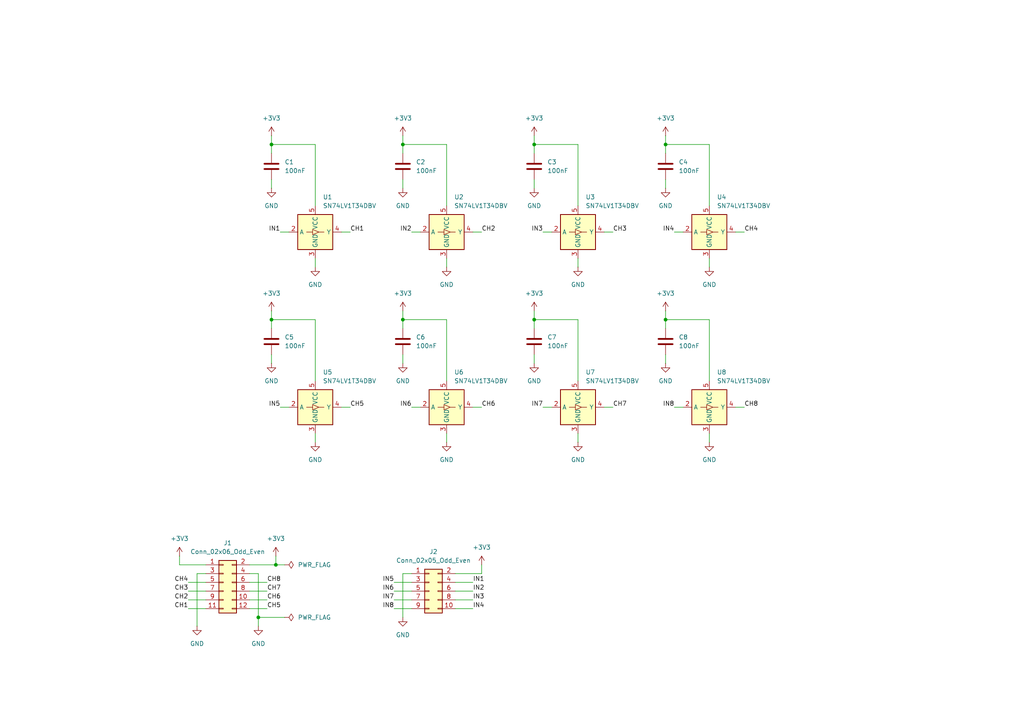
<source format=kicad_sch>
(kicad_sch (version 20231120) (generator "eeschema") (generator_version "8.0")
  (paper "A4")
  (title_block (title "Logic Pmod") (date "2024-03-01") (rev "v1.0") (company "Spark Engineering"))
  (lib_symbols
    (symbol "Connector_Generic:Conn_02x05_Odd_Even" (pin_names (offset 1.016) hide)
      (property "Reference" "J" (at 1.27 7.62 0))
      (property "Value" "Conn_02x05_Odd_Even" (at 1.27 -7.62 0))
      (symbol "Conn_02x05_Odd_Even_1_1"
        (rectangle (start -1.27 -4.953) (end 0 -5.207) (stroke (width 0.1524)))
        (rectangle (start -1.27 -2.413) (end 0 -2.667) (stroke (width 0.1524)))
        (rectangle (start -1.27 0.127) (end 0 -0.127) (stroke (width 0.1524)))
        (rectangle (start -1.27 2.667) (end 0 2.413) (stroke (width 0.1524)))
        (rectangle (start -1.27 5.207) (end 0 4.953) (stroke (width 0.1524)))
        (rectangle (start -1.27 6.35) (end 3.81 -6.35) (stroke (width 0.254)) (fill (type background)))
        (rectangle (start 3.81 -4.953) (end 2.54 -5.207) (stroke (width 0.1524)))
        (rectangle (start 3.81 -2.413) (end 2.54 -2.667) (stroke (width 0.1524)))
        (rectangle (start 3.81 0.127) (end 2.54 -0.127) (stroke (width 0.1524)))
        (rectangle (start 3.81 2.667) (end 2.54 2.413) (stroke (width 0.1524)))
        (rectangle (start 3.81 5.207) (end 2.54 4.953) (stroke (width 0.1524)))
        (pin passive line (at -5.08 5.08 0) (length 3.81) (name "Pin_1") (number "1"))
        (pin passive line (at 7.62 -5.08 180) (length 3.81) (name "Pin_10") (number "10"))
        (pin passive line (at 7.62 5.08 180) (length 3.81) (name "Pin_2") (number "2"))
        (pin passive line (at -5.08 2.54 0) (length 3.81) (name "Pin_3") (number "3"))
        (pin passive line (at 7.62 2.54 180) (length 3.81) (name "Pin_4") (number "4"))
        (pin passive line (at -5.08 0 0) (length 3.81) (name "Pin_5") (number "5"))
        (pin passive line (at 7.62 0 180) (length 3.81) (name "Pin_6") (number "6"))
        (pin passive line (at -5.08 -2.54 0) (length 3.81) (name "Pin_7") (number "7"))
        (pin passive line (at 7.62 -2.54 180) (length 3.81) (name "Pin_8") (number "8"))
        (pin passive line (at -5.08 -5.08 0) (length 3.81) (name "Pin_9") (number "9"))
      )
    )
    (symbol "Connector_Generic:Conn_02x06_Odd_Even" (pin_names (offset 1.016) hide)
      (property "Reference" "J" (at 1.27 7.62 0))
      (property "Value" "Conn_02x06_Odd_Even" (at 1.27 -10.16 0))
      (symbol "Conn_02x06_Odd_Even_1_1"
        (rectangle (start -1.27 -7.493) (end 0 -7.747) (stroke (width 0.1524)))
        (rectangle (start -1.27 -4.953) (end 0 -5.207) (stroke (width 0.1524)))
        (rectangle (start -1.27 -2.413) (end 0 -2.667) (stroke (width 0.1524)))
        (rectangle (start -1.27 0.127) (end 0 -0.127) (stroke (width 0.1524)))
        (rectangle (start -1.27 2.667) (end 0 2.413) (stroke (width 0.1524)))
        (rectangle (start -1.27 5.207) (end 0 4.953) (stroke (width 0.1524)))
        (rectangle (start -1.27 6.35) (end 3.81 -8.89) (stroke (width 0.254)) (fill (type background)))
        (rectangle (start 3.81 -7.493) (end 2.54 -7.747) (stroke (width 0.1524)))
        (rectangle (start 3.81 -4.953) (end 2.54 -5.207) (stroke (width 0.1524)))
        (rectangle (start 3.81 -2.413) (end 2.54 -2.667) (stroke (width 0.1524)))
        (rectangle (start 3.81 0.127) (end 2.54 -0.127) (stroke (width 0.1524)))
        (rectangle (start 3.81 2.667) (end 2.54 2.413) (stroke (width 0.1524)))
        (rectangle (start 3.81 5.207) (end 2.54 4.953) (stroke (width 0.1524)))
        (pin passive line (at -5.08 5.08 0) (length 3.81) (name "Pin_1") (number "1"))
        (pin passive line (at 7.62 -5.08 180) (length 3.81) (name "Pin_10") (number "10"))
        (pin passive line (at -5.08 -7.62 0) (length 3.81) (name "Pin_11") (number "11"))
        (pin passive line (at 7.62 -7.62 180) (length 3.81) (name "Pin_12") (number "12"))
        (pin passive line (at 7.62 5.08 180) (length 3.81) (name "Pin_2") (number "2"))
        (pin passive line (at -5.08 2.54 0) (length 3.81) (name "Pin_3") (number "3"))
        (pin passive line (at 7.62 2.54 180) (length 3.81) (name "Pin_4") (number "4"))
        (pin passive line (at -5.08 0 0) (length 3.81) (name "Pin_5") (number "5"))
        (pin passive line (at 7.62 0 180) (length 3.81) (name "Pin_6") (number "6"))
        (pin passive line (at -5.08 -2.54 0) (length 3.81) (name "Pin_7") (number "7"))
        (pin passive line (at 7.62 -2.54 180) (length 3.81) (name "Pin_8") (number "8"))
        (pin passive line (at -5.08 -5.08 0) (length 3.81) (name "Pin_9") (number "9"))
      )
    )
    (symbol "Device:C" (pin_numbers hide) (pin_names (offset 0.254))
      (property "Reference" "C" (at 0.635 2.54 0))
      (property "Value" "C" (at 0.635 -2.54 0))
      (symbol "C_0_1"
        (polyline (pts (xy -2.032 -0.762) (xy 2.032 -0.762)) (stroke (width 0.508)))
        (polyline (pts (xy -2.032 0.762) (xy 2.032 0.762)) (stroke (width 0.508)))
      )
      (symbol "C_1_1"
        (pin passive line (at 0 3.81 270) (length 2.794) (name "~") (number "1"))
        (pin passive line (at 0 -3.81 90) (length 2.794) (name "~") (number "2"))
      )
    )
    (symbol "Logic_LevelTranslator:SN74LV1T34DBV"
      (property "Reference" "U" (at 5.08 6.35 0))
      (property "Value" "SN74LV1T34DBV" (at 5.08 3.81 0))
      (symbol "SN74LV1T34DBV_0_1"
        (rectangle (start -5.08 5.08) (end 5.08 -5.08) (stroke (width 0.254)) (fill (type background)))
        (polyline (pts (xy -0.762 0) (xy -2.54 0)))
        (polyline (pts (xy 1.016 0) (xy 2.54 0)))
      )
      (symbol "SN74LV1T34DBV_1_1"
        (polyline (pts (xy -0.762 -0.762) (xy -0.762 0.762) (xy 1.016 0) (xy -0.762 -0.762)))
        (pin no_connect line (at -5.08 2.54 0) (length 2.54) hide (name "NC") (number "1"))
        (pin input line (at -7.62 0 0) (length 2.54) (name "A") (number "2"))
        (pin power_in line (at 0 -7.62 90) (length 2.54) (name "GND") (number "3"))
        (pin output line (at 7.62 0 180) (length 2.54) (name "Y") (number "4"))
        (pin power_in line (at 0 7.62 270) (length 2.54) (name "VCC") (number "5"))
      )
    )
    (symbol "power:+3V3" (power) (pin_numbers hide) (pin_names (offset 0) hide)
      (property "Value" "+3V3" (at 0 3.556 0))
      (symbol "+3V3_0_1"
        (polyline (pts (xy -0.762 1.27) (xy 0 2.54)))
        (polyline (pts (xy 0 0) (xy 0 2.54)))
        (polyline (pts (xy 0 2.54) (xy 0.762 1.27)))
      )
      (symbol "+3V3_1_1"
        (pin power_in line (at 0 0 90) (length 0) (name "~") (number "1"))
      )
    )
    (symbol "power:GND" (power) (pin_numbers hide) (pin_names (offset 0) hide)
      (property "Value" "GND" (at 0 -3.81 0))
      (symbol "GND_0_1"
        (polyline (pts (xy 0 0) (xy 0 -1.27) (xy 1.27 -1.27) (xy 0 -2.54) (xy -1.27 -1.27) (xy 0 -1.27)))
      )
      (symbol "GND_1_1"
        (pin power_in line (at 0 0 270) (length 0) (name "~") (number "1"))
      )
    )
    (symbol "power:PWR_FLAG" (power) (pin_numbers hide) (pin_names (offset 0) hide)
      (property "Value" "PWR_FLAG" (at 0 3.81 0))
      (symbol "PWR_FLAG_0_0"
        (pin power_out line (at 0 0 90) (length 0) (name "~") (number "1"))
      )
      (symbol "PWR_FLAG_0_1"
        (polyline (pts (xy 0 0) (xy 0 1.27) (xy -1.016 1.905) (xy 0 2.54) (xy 1.016 1.905) (xy 0 1.27)))
      )
    )
  )
  (junction (at 78.74 41.91))
  (junction (at 116.84 41.91))
  (junction (at 154.94 41.91))
  (junction (at 154.94 92.71))
  (junction (at 78.74 92.71))
  (junction (at 80.01 163.83))
  (junction (at 74.93 179.07))
  (junction (at 193.04 92.71))
  (junction (at 116.84 92.71))
  (junction (at 193.04 41.91))
  (wire (pts (xy 80.01 163.83) (xy 80.01 161.29)))
  (wire (pts (xy 139.7 166.37) (xy 132.08 166.37)))
  (wire (pts (xy 154.94 92.71) (xy 167.64 92.71)))
  (wire (pts (xy 81.28 118.11) (xy 83.82 118.11)))
  (wire (pts (xy 116.84 102.87) (xy 116.84 105.41)))
  (wire (pts (xy 193.04 39.37) (xy 193.04 41.91)))
  (wire (pts (xy 114.3 176.53) (xy 119.38 176.53)))
  (wire (pts (xy 119.38 166.37) (xy 116.84 166.37)))
  (wire (pts (xy 74.93 179.07) (xy 74.93 181.61)))
  (wire (pts (xy 116.84 92.71) (xy 116.84 95.25)))
  (wire (pts (xy 52.07 163.83) (xy 59.69 163.83)))
  (wire (pts (xy 167.64 125.73) (xy 167.64 128.27)))
  (wire (pts (xy 175.26 67.31) (xy 177.8 67.31)))
  (wire (pts (xy 114.3 168.91) (xy 119.38 168.91)))
  (wire (pts (xy 72.39 163.83) (xy 80.01 163.83)))
  (wire (pts (xy 116.84 90.17) (xy 116.84 92.71)))
  (wire (pts (xy 205.74 59.69) (xy 205.74 41.91)))
  (wire (pts (xy 52.07 161.29) (xy 52.07 163.83)))
  (wire (pts (xy 167.64 92.71) (xy 167.64 110.49)))
  (wire (pts (xy 81.28 67.31) (xy 83.82 67.31)))
  (wire (pts (xy 213.36 67.31) (xy 215.9 67.31)))
  (wire (pts (xy 167.64 59.69) (xy 167.64 41.91)))
  (wire (pts (xy 116.84 41.91) (xy 116.84 44.45)))
  (wire (pts (xy 54.61 176.53) (xy 59.69 176.53)))
  (wire (pts (xy 116.84 41.91) (xy 129.54 41.91)))
  (wire (pts (xy 54.61 171.45) (xy 59.69 171.45)))
  (wire (pts (xy 80.01 163.83) (xy 82.55 163.83)))
  (wire (pts (xy 78.74 95.25) (xy 78.74 92.71)))
  (wire (pts (xy 137.16 67.31) (xy 139.7 67.31)))
  (wire (pts (xy 139.7 163.83) (xy 139.7 166.37)))
  (wire (pts (xy 74.93 166.37) (xy 74.93 179.07)))
  (wire (pts (xy 114.3 173.99) (xy 119.38 173.99)))
  (wire (pts (xy 91.44 92.71) (xy 91.44 110.49)))
  (wire (pts (xy 116.84 92.71) (xy 129.54 92.71)))
  (wire (pts (xy 78.74 90.17) (xy 78.74 92.71)))
  (wire (pts (xy 132.08 173.99) (xy 137.16 173.99)))
  (wire (pts (xy 193.04 102.87) (xy 193.04 105.41)))
  (wire (pts (xy 175.26 118.11) (xy 177.8 118.11)))
  (wire (pts (xy 78.74 41.91) (xy 91.44 41.91)))
  (wire (pts (xy 154.94 39.37) (xy 154.94 41.91)))
  (wire (pts (xy 205.74 92.71) (xy 205.74 110.49)))
  (wire (pts (xy 57.15 166.37) (xy 57.15 181.61)))
  (wire (pts (xy 157.48 118.11) (xy 160.02 118.11)))
  (wire (pts (xy 193.04 90.17) (xy 193.04 92.71)))
  (wire (pts (xy 116.84 39.37) (xy 116.84 41.91)))
  (wire (pts (xy 167.64 41.91) (xy 154.94 41.91)))
  (wire (pts (xy 129.54 92.71) (xy 129.54 110.49)))
  (wire (pts (xy 154.94 41.91) (xy 154.94 44.45)))
  (wire (pts (xy 99.06 118.11) (xy 101.6 118.11)))
  (wire (pts (xy 157.48 67.31) (xy 160.02 67.31)))
  (wire (pts (xy 116.84 166.37) (xy 116.84 179.07)))
  (wire (pts (xy 78.74 39.37) (xy 78.74 41.91)))
  (wire (pts (xy 193.04 52.07) (xy 193.04 54.61)))
  (wire (pts (xy 72.39 166.37) (xy 74.93 166.37)))
  (wire (pts (xy 72.39 168.91) (xy 77.47 168.91)))
  (wire (pts (xy 54.61 168.91) (xy 59.69 168.91)))
  (wire (pts (xy 78.74 92.71) (xy 91.44 92.71)))
  (wire (pts (xy 205.74 74.93) (xy 205.74 77.47)))
  (wire (pts (xy 78.74 44.45) (xy 78.74 41.91)))
  (wire (pts (xy 78.74 102.87) (xy 78.74 105.41)))
  (wire (pts (xy 193.04 92.71) (xy 205.74 92.71)))
  (wire (pts (xy 154.94 95.25) (xy 154.94 92.71)))
  (wire (pts (xy 72.39 176.53) (xy 77.47 176.53)))
  (wire (pts (xy 91.44 125.73) (xy 91.44 128.27)))
  (wire (pts (xy 132.08 168.91) (xy 137.16 168.91)))
  (wire (pts (xy 129.54 59.69) (xy 129.54 41.91)))
  (wire (pts (xy 154.94 90.17) (xy 154.94 92.71)))
  (wire (pts (xy 78.74 52.07) (xy 78.74 54.61)))
  (wire (pts (xy 72.39 171.45) (xy 77.47 171.45)))
  (wire (pts (xy 154.94 102.87) (xy 154.94 105.41)))
  (wire (pts (xy 119.38 67.31) (xy 121.92 67.31)))
  (wire (pts (xy 59.69 166.37) (xy 57.15 166.37)))
  (wire (pts (xy 72.39 173.99) (xy 77.47 173.99)))
  (wire (pts (xy 119.38 118.11) (xy 121.92 118.11)))
  (wire (pts (xy 137.16 118.11) (xy 139.7 118.11)))
  (wire (pts (xy 82.55 179.07) (xy 74.93 179.07)))
  (wire (pts (xy 91.44 74.93) (xy 91.44 77.47)))
  (wire (pts (xy 195.58 118.11) (xy 198.12 118.11)))
  (wire (pts (xy 154.94 52.07) (xy 154.94 54.61)))
  (wire (pts (xy 195.58 67.31) (xy 198.12 67.31)))
  (wire (pts (xy 116.84 52.07) (xy 116.84 54.61)))
  (wire (pts (xy 213.36 118.11) (xy 215.9 118.11)))
  (wire (pts (xy 193.04 41.91) (xy 193.04 44.45)))
  (wire (pts (xy 132.08 171.45) (xy 137.16 171.45)))
  (wire (pts (xy 205.74 41.91) (xy 193.04 41.91)))
  (wire (pts (xy 129.54 74.93) (xy 129.54 77.47)))
  (wire (pts (xy 54.61 173.99) (xy 59.69 173.99)))
  (wire (pts (xy 132.08 176.53) (xy 137.16 176.53)))
  (wire (pts (xy 91.44 41.91) (xy 91.44 59.69)))
  (wire (pts (xy 193.04 92.71) (xy 193.04 95.25)))
  (wire (pts (xy 114.3 171.45) (xy 119.38 171.45)))
  (wire (pts (xy 129.54 125.73) (xy 129.54 128.27)))
  (wire (pts (xy 167.64 74.93) (xy 167.64 77.47)))
  (wire (pts (xy 205.74 125.73) (xy 205.74 128.27)))
  (wire (pts (xy 99.06 67.31) (xy 101.6 67.31)))
  (label "IN4" (at 195.58 67.31 180))
  (label "CH7" (at 77.47 171.45 0))
  (label "CH8" (at 215.9 118.11 0))
  (label "CH2" (at 54.61 173.99 180))
  (label "IN7" (at 157.48 118.11 180))
  (label "CH7" (at 177.8 118.11 0))
  (label "IN5" (at 114.3 168.91 180))
  (label "IN5" (at 81.28 118.11 180))
  (label "CH3" (at 54.61 171.45 180))
  (label "CH2" (at 139.7 67.31 0))
  (label "IN2" (at 137.16 171.45 0))
  (label "CH8" (at 77.47 168.91 0))
  (label "IN1" (at 137.16 168.91 0))
  (label "IN3" (at 137.16 173.99 0))
  (label "CH4" (at 215.9 67.31 0))
  (label "CH6" (at 77.47 173.99 0))
  (label "IN4" (at 137.16 176.53 0))
  (label "CH1" (at 54.61 176.53 180))
  (label "IN8" (at 114.3 176.53 180))
  (label "IN6" (at 114.3 171.45 180))
  (label "CH3" (at 177.8 67.31 0))
  (label "IN1" (at 81.28 67.31 180))
  (label "CH5" (at 77.47 176.53 0))
  (label "IN6" (at 119.38 118.11 180))
  (label "IN2" (at 119.38 67.31 180))
  (label "CH6" (at 139.7 118.11 0))
  (label "IN7" (at 114.3 173.99 180))
  (label "CH4" (at 54.61 168.91 180))
  (label "IN8" (at 195.58 118.11 180))
  (label "CH1" (at 101.6 67.31 0))
  (label "CH5" (at 101.6 118.11 0))
  (label "IN3" (at 157.48 67.31 180))
  (symbol (lib_id "Device:C") (at 154.94 48.26 0) (unit 1)
    (property "Reference" "C3" (at 158.75 46.9899 0) (effects (justify left)))
    (property "Value" "100nF" (at 158.75 49.5299 0) (effects (justify left)))
    (property "Footprint" "Capacitor_SMD:C_0402_1005Metric" (effects (hide yes)))
    (property "Description" "Unpolarized capacitor" (effects (hide yes)))
    (property "MPN" "GRM155R61A104JA01D" (effects (hide yes)))
    (property "MFG" "Murata Electronics" (effects (hide yes)))
    (property "OC_Mouser" "81-GRM155R61A104JA1D" (effects (hide yes)))
    (property "OC_LCSC" "C177144" (effects (hide yes)))
  )
  (symbol (lib_id "power:GND") (at 154.94 54.61 0) (unit 1)
    (property "Reference" "#PWR012" (effects (hide yes)))
    (property "Value" "GND" (at 154.94 59.69 0))
    (property "Description" "Power symbol creates a global label with name \"GND\" , ground" (effects (hide yes)))
  )
  (symbol (lib_id "power:+3V3") (at 80.01 161.29 0) (unit 1)
    (property "Reference" "#PWR01" (effects (hide yes)))
    (property "Value" "+3V3" (at 80.01 156.21 0))
    (property "Description" "Power symbol creates a global label with name \"+3V3\"" (effects (hide yes)))
  )
  (symbol (lib_id "Device:C") (at 116.84 48.26 0) (unit 1)
    (property "Reference" "C2" (at 120.65 46.9899 0) (effects (justify left)))
    (property "Value" "100nF" (at 120.65 49.5299 0) (effects (justify left)))
    (property "Footprint" "Capacitor_SMD:C_0402_1005Metric" (effects (hide yes)))
    (property "Description" "Unpolarized capacitor" (effects (hide yes)))
    (property "MPN" "GRM155R61A104JA01D" (effects (hide yes)))
    (property "MFG" "Murata Electronics" (effects (hide yes)))
    (property "OC_Mouser" "81-GRM155R61A104JA1D" (effects (hide yes)))
    (property "OC_LCSC" "C177144" (effects (hide yes)))
  )
  (symbol (lib_id "power:GND") (at 78.74 105.41 0) (unit 1)
    (property "Reference" "#PWR017" (effects (hide yes)))
    (property "Value" "GND" (at 78.74 110.49 0))
    (property "Description" "Power symbol creates a global label with name \"GND\" , ground" (effects (hide yes)))
  )
  (symbol (lib_id "power:GND") (at 91.44 128.27 0) (unit 1)
    (property "Reference" "#PWR018" (effects (hide yes)))
    (property "Value" "GND" (at 91.44 133.35 0))
    (property "Description" "Power symbol creates a global label with name \"GND\" , ground" (effects (hide yes)))
  )
  (symbol (lib_id "Logic_LevelTranslator:SN74LV1T34DBV") (at 91.44 118.11 0) (unit 1)
    (property "Reference" "U5" (at 93.6341 107.95 0) (effects (justify left)))
    (property "Value" "SN74LV1T34DBV" (at 93.6341 110.49 0) (effects (justify left)))
    (property "Footprint" "Package_TO_SOT_SMD:SOT-23-5" (effects (hide yes)))
    (property "Description" "Single Power Supply, Single Buffer GATE, CMOS Logic, Level Shifter, SOT-23-5" (effects (hide yes)))
    (property "MPN" "SN74LV1T34QDBVRQ1" (effects (hide yes)))
    (property "MFG" "Texas Instruments" (effects (hide yes)))
    (property "OC_Mouser" "595-N74LV1T34QDBVRQ1" (effects (hide yes)))
  )
  (symbol (lib_id "Logic_LevelTranslator:SN74LV1T34DBV") (at 167.64 67.31 0) (unit 1)
    (property "Reference" "U3" (at 169.8341 57.15 0) (effects (justify left)))
    (property "Value" "SN74LV1T34DBV" (at 169.8341 59.69 0) (effects (justify left)))
    (property "Footprint" "Package_TO_SOT_SMD:SOT-23-5" (effects (hide yes)))
    (property "Description" "Single Power Supply, Single Buffer GATE, CMOS Logic, Level Shifter, SOT-23-5" (effects (hide yes)))
    (property "MPN" "SN74LV1T34QDBVRQ1" (effects (hide yes)))
    (property "MFG" "Texas Instruments" (effects (hide yes)))
    (property "OC_Mouser" "595-N74LV1T34QDBVRQ1" (effects (hide yes)))
  )
  (symbol (lib_id "Logic_LevelTranslator:SN74LV1T34DBV") (at 91.44 67.31 0) (unit 1)
    (property "Reference" "U1" (at 93.6341 57.15 0) (effects (justify left)))
    (property "Value" "SN74LV1T34DBV" (at 93.6341 59.69 0) (effects (justify left)))
    (property "Footprint" "Package_TO_SOT_SMD:SOT-23-5" (effects (hide yes)))
    (property "Description" "Single Power Supply, Single Buffer GATE, CMOS Logic, Level Shifter, SOT-23-5" (effects (hide yes)))
    (property "MPN" "SN74LV1T34QDBVRQ1" (effects (hide yes)))
    (property "MFG" "Texas Instruments" (effects (hide yes)))
    (property "OC_Mouser" "595-N74LV1T34QDBVRQ1" (effects (hide yes)))
  )
  (symbol (lib_id "Logic_LevelTranslator:SN74LV1T34DBV") (at 205.74 118.11 0) (unit 1)
    (property "Reference" "U8" (at 207.9341 107.95 0) (effects (justify left)))
    (property "Value" "SN74LV1T34DBV" (at 207.9341 110.49 0) (effects (justify left)))
    (property "Footprint" "Package_TO_SOT_SMD:SOT-23-5" (effects (hide yes)))
    (property "Description" "Single Power Supply, Single Buffer GATE, CMOS Logic, Level Shifter, SOT-23-5" (effects (hide yes)))
    (property "MPN" "SN74LV1T34QDBVRQ1" (effects (hide yes)))
    (property "MFG" "Texas Instruments" (effects (hide yes)))
    (property "OC_Mouser" "595-N74LV1T34QDBVRQ1" (effects (hide yes)))
  )
  (symbol (lib_id "power:GND") (at 129.54 77.47 0) (unit 1)
    (property "Reference" "#PWR010" (effects (hide yes)))
    (property "Value" "GND" (at 129.54 82.55 0))
    (property "Description" "Power symbol creates a global label with name \"GND\" , ground" (effects (hide yes)))
  )
  (symbol (lib_id "power:GND") (at 116.84 54.61 0) (unit 1)
    (property "Reference" "#PWR09" (effects (hide yes)))
    (property "Value" "GND" (at 116.84 59.69 0))
    (property "Description" "Power symbol creates a global label with name \"GND\" , ground" (effects (hide yes)))
  )
  (symbol (lib_id "power:+3V3") (at 154.94 90.17 0) (unit 1)
    (property "Reference" "#PWR021" (effects (hide yes)))
    (property "Value" "+3V3" (at 154.94 85.09 0))
    (property "Description" "Power symbol creates a global label with name \"+3V3\"" (effects (hide yes)))
  )
  (symbol (lib_id "power:GND") (at 57.15 181.61 0) (unit 1)
    (property "Reference" "#PWR03" (effects (hide yes)))
    (property "Value" "GND" (at 57.15 186.69 0))
    (property "Description" "Power symbol creates a global label with name \"GND\" , ground" (effects (hide yes)))
  )
  (symbol (lib_id "power:GND") (at 167.64 77.47 0) (unit 1)
    (property "Reference" "#PWR011" (effects (hide yes)))
    (property "Value" "GND" (at 167.64 82.55 0))
    (property "Description" "Power symbol creates a global label with name \"GND\" , ground" (effects (hide yes)))
  )
  (symbol (lib_id "power:+3V3") (at 78.74 39.37 0) (unit 1)
    (property "Reference" "#PWR06" (effects (hide yes)))
    (property "Value" "+3V3" (at 78.74 34.29 0))
    (property "Description" "Power symbol creates a global label with name \"+3V3\"" (effects (hide yes)))
  )
  (symbol (lib_id "Device:C") (at 116.84 99.06 0) (unit 1)
    (property "Reference" "C6" (at 120.65 97.7899 0) (effects (justify left)))
    (property "Value" "100nF" (at 120.65 100.3299 0) (effects (justify left)))
    (property "Footprint" "Capacitor_SMD:C_0402_1005Metric" (effects (hide yes)))
    (property "Description" "Unpolarized capacitor" (effects (hide yes)))
    (property "MPN" "GRM155R61A104JA01D" (effects (hide yes)))
    (property "MFG" "Murata Electronics" (effects (hide yes)))
    (property "OC_Mouser" "81-GRM155R61A104JA1D" (effects (hide yes)))
    (property "OC_LCSC" "C177144" (effects (hide yes)))
  )
  (symbol (lib_id "power:GND") (at 129.54 128.27 0) (unit 1)
    (property "Reference" "#PWR026" (effects (hide yes)))
    (property "Value" "GND" (at 129.54 133.35 0))
    (property "Description" "Power symbol creates a global label with name \"GND\" , ground" (effects (hide yes)))
  )
  (symbol (lib_id "power:+3V3") (at 52.07 161.29 0) (unit 1)
    (property "Reference" "#PWR02" (effects (hide yes)))
    (property "Value" "+3V3" (at 52.07 156.21 0))
    (property "Description" "Power symbol creates a global label with name \"+3V3\"" (effects (hide yes)))
  )
  (symbol (lib_id "power:GND") (at 193.04 105.41 0) (unit 1)
    (property "Reference" "#PWR025" (effects (hide yes)))
    (property "Value" "GND" (at 193.04 110.49 0))
    (property "Description" "Power symbol creates a global label with name \"GND\" , ground" (effects (hide yes)))
  )
  (symbol (lib_id "Logic_LevelTranslator:SN74LV1T34DBV") (at 129.54 67.31 0) (unit 1)
    (property "Reference" "U2" (at 131.7341 57.15 0) (effects (justify left)))
    (property "Value" "SN74LV1T34DBV" (at 131.7341 59.69 0) (effects (justify left)))
    (property "Footprint" "Package_TO_SOT_SMD:SOT-23-5" (effects (hide yes)))
    (property "Description" "Single Power Supply, Single Buffer GATE, CMOS Logic, Level Shifter, SOT-23-5" (effects (hide yes)))
    (property "MPN" "SN74LV1T34QDBVRQ1" (effects (hide yes)))
    (property "MFG" "Texas Instruments" (effects (hide yes)))
    (property "OC_Mouser" "595-N74LV1T34QDBVRQ1" (effects (hide yes)))
  )
  (symbol (lib_id "power:+3V3") (at 154.94 39.37 0) (unit 1)
    (property "Reference" "#PWR013" (effects (hide yes)))
    (property "Value" "+3V3" (at 154.94 34.29 0))
    (property "Description" "Power symbol creates a global label with name \"+3V3\"" (effects (hide yes)))
  )
  (symbol (lib_id "Connector_Generic:Conn_02x05_Odd_Even") (at 124.46 171.45 0) (unit 1)
    (property "Reference" "J2" (at 125.73 160.02 0))
    (property "Value" "Conn_02x05_Odd_Even" (at 125.73 162.56 0))
    (property "Footprint" "logic-pmod:IDC-Header_2x05_P2.54mm_Vertical" (effects (hide yes)))
    (property "Description" "Generic connector, double row, 02x05, odd/even pin numbering scheme (row 1 odd numbers, row 2 even numbers), script generated (kicad-library-utils/schlib/autogen/connector/)" (effects (hide yes)))
    (property "MPN" "1761681-3" (effects (hide yes)))
    (property "MFG" "TE Connectivity" (effects (hide yes)))
    (property "OC_Mouser" "571-1761681-3" (effects (hide yes)))
    (property "OC_LCSC" "C573025" (effects (hide yes)))
  )
  (symbol (lib_id "power:GND") (at 74.93 181.61 0) (unit 1)
    (property "Reference" "#PWR04" (effects (hide yes)))
    (property "Value" "GND" (at 74.93 186.69 0))
    (property "Description" "Power symbol creates a global label with name \"GND\" , ground" (effects (hide yes)))
  )
  (symbol (lib_id "power:GND") (at 91.44 77.47 0) (unit 1)
    (property "Reference" "#PWR07" (effects (hide yes)))
    (property "Value" "GND" (at 91.44 82.55 0))
    (property "Description" "Power symbol creates a global label with name \"GND\" , ground" (effects (hide yes)))
  )
  (symbol (lib_id "power:+3V3") (at 193.04 90.17 0) (unit 1)
    (property "Reference" "#PWR022" (effects (hide yes)))
    (property "Value" "+3V3" (at 193.04 85.09 0))
    (property "Description" "Power symbol creates a global label with name \"+3V3\"" (effects (hide yes)))
  )
  (symbol (lib_id "Device:C") (at 193.04 48.26 0) (unit 1)
    (property "Reference" "C4" (at 196.85 46.9899 0) (effects (justify left)))
    (property "Value" "100nF" (at 196.85 49.5299 0) (effects (justify left)))
    (property "Footprint" "Capacitor_SMD:C_0402_1005Metric" (effects (hide yes)))
    (property "Description" "Unpolarized capacitor" (effects (hide yes)))
    (property "MPN" "GRM155R61A104JA01D" (effects (hide yes)))
    (property "MFG" "Murata Electronics" (effects (hide yes)))
    (property "OC_Mouser" "81-GRM155R61A104JA1D" (effects (hide yes)))
    (property "OC_LCSC" "C177144" (effects (hide yes)))
  )
  (symbol (lib_id "power:GND") (at 167.64 128.27 0) (unit 1)
    (property "Reference" "#PWR027" (effects (hide yes)))
    (property "Value" "GND" (at 167.64 133.35 0))
    (property "Description" "Power symbol creates a global label with name \"GND\" , ground" (effects (hide yes)))
  )
  (symbol (lib_id "Logic_LevelTranslator:SN74LV1T34DBV") (at 129.54 118.11 0) (unit 1)
    (property "Reference" "U6" (at 131.7341 107.95 0) (effects (justify left)))
    (property "Value" "SN74LV1T34DBV" (at 131.7341 110.49 0) (effects (justify left)))
    (property "Footprint" "Package_TO_SOT_SMD:SOT-23-5" (effects (hide yes)))
    (property "Description" "Single Power Supply, Single Buffer GATE, CMOS Logic, Level Shifter, SOT-23-5" (effects (hide yes)))
    (property "MPN" "SN74LV1T34QDBVRQ1" (effects (hide yes)))
    (property "MFG" "Texas Instruments" (effects (hide yes)))
    (property "OC_Mouser" "595-N74LV1T34QDBVRQ1" (effects (hide yes)))
  )
  (symbol (lib_id "power:+3V3") (at 193.04 39.37 0) (unit 1)
    (property "Reference" "#PWR016" (effects (hide yes)))
    (property "Value" "+3V3" (at 193.04 34.29 0))
    (property "Description" "Power symbol creates a global label with name \"+3V3\"" (effects (hide yes)))
  )
  (symbol (lib_id "Device:C") (at 78.74 99.06 0) (unit 1)
    (property "Reference" "C5" (at 82.55 97.7899 0) (effects (justify left)))
    (property "Value" "100nF" (at 82.55 100.3299 0) (effects (justify left)))
    (property "Footprint" "Capacitor_SMD:C_0402_1005Metric" (effects (hide yes)))
    (property "Description" "Unpolarized capacitor" (effects (hide yes)))
    (property "MPN" "GRM155R61A104JA01D" (effects (hide yes)))
    (property "MFG" "Murata Electronics" (effects (hide yes)))
    (property "OC_Mouser" "81-GRM155R61A104JA1D" (effects (hide yes)))
    (property "OC_LCSC" "C177144" (effects (hide yes)))
  )
  (symbol (lib_id "Logic_LevelTranslator:SN74LV1T34DBV") (at 167.64 118.11 0) (unit 1)
    (property "Reference" "U7" (at 169.8341 107.95 0) (effects (justify left)))
    (property "Value" "SN74LV1T34DBV" (at 169.8341 110.49 0) (effects (justify left)))
    (property "Footprint" "Package_TO_SOT_SMD:SOT-23-5" (effects (hide yes)))
    (property "Description" "Single Power Supply, Single Buffer GATE, CMOS Logic, Level Shifter, SOT-23-5" (effects (hide yes)))
    (property "MPN" "SN74LV1T34QDBVRQ1" (effects (hide yes)))
    (property "MFG" "Texas Instruments" (effects (hide yes)))
    (property "OC_Mouser" "595-N74LV1T34QDBVRQ1" (effects (hide yes)))
  )
  (symbol (lib_id "power:GND") (at 205.74 128.27 0) (unit 1)
    (property "Reference" "#PWR028" (effects (hide yes)))
    (property "Value" "GND" (at 205.74 133.35 0))
    (property "Description" "Power symbol creates a global label with name \"GND\" , ground" (effects (hide yes)))
  )
  (symbol (lib_id "power:+3V3") (at 116.84 39.37 0) (unit 1)
    (property "Reference" "#PWR08" (effects (hide yes)))
    (property "Value" "+3V3" (at 116.84 34.29 0))
    (property "Description" "Power symbol creates a global label with name \"+3V3\"" (effects (hide yes)))
  )
  (symbol (lib_id "Logic_LevelTranslator:SN74LV1T34DBV") (at 205.74 67.31 0) (unit 1)
    (property "Reference" "U4" (at 207.9341 57.15 0) (effects (justify left)))
    (property "Value" "SN74LV1T34DBV" (at 207.9341 59.69 0) (effects (justify left)))
    (property "Footprint" "Package_TO_SOT_SMD:SOT-23-5" (effects (hide yes)))
    (property "Description" "Single Power Supply, Single Buffer GATE, CMOS Logic, Level Shifter, SOT-23-5" (effects (hide yes)))
    (property "MPN" "SN74LV1T34QDBVRQ1" (effects (hide yes)))
    (property "MFG" "Texas Instruments" (effects (hide yes)))
    (property "OC_Mouser" "595-N74LV1T34QDBVRQ1" (effects (hide yes)))
  )
  (symbol (lib_id "Connector_Generic:Conn_02x06_Odd_Even") (at 64.77 168.91 0) (unit 1)
    (property "Reference" "J1" (at 66.04 157.48 0))
    (property "Value" "Conn_02x06_Odd_Even" (at 66.04 160.02 0))
    (property "Footprint" "logic-pmod:PinHeader_2x06_P2.54mm_Horizontal" (effects (hide yes)))
    (property "Description" "Generic connector, double row, 02x06, odd/even pin numbering scheme (row 1 odd numbers, row 2 even numbers), script generated (kicad-library-utils/schlib/autogen/connector/)" (effects (hide yes)))
    (property "MPN" "826634-6" (effects (hide yes)))
    (property "MFG" "TE Connectivity" (effects (hide yes)))
    (property "OC_Mouser" "571-826634-6" (effects (hide yes)))
  )
  (symbol (lib_id "power:+3V3") (at 78.74 90.17 0) (unit 1)
    (property "Reference" "#PWR019" (effects (hide yes)))
    (property "Value" "+3V3" (at 78.74 85.09 0))
    (property "Description" "Power symbol creates a global label with name \"+3V3\"" (effects (hide yes)))
  )
  (symbol (lib_id "power:PWR_FLAG") (at 82.55 163.83 270) (unit 1)
    (property "Reference" "#FLG01" (effects (hide yes)))
    (property "Value" "PWR_FLAG" (at 86.36 163.8299 90) (effects (justify left)))
    (property "Description" "Special symbol for telling ERC where power comes from" (effects (hide yes)))
  )
  (symbol (lib_id "power:GND") (at 193.04 54.61 0) (unit 1)
    (property "Reference" "#PWR014" (effects (hide yes)))
    (property "Value" "GND" (at 193.04 59.69 0))
    (property "Description" "Power symbol creates a global label with name \"GND\" , ground" (effects (hide yes)))
  )
  (symbol (lib_id "Device:C") (at 78.74 48.26 0) (unit 1)
    (property "Reference" "C1" (at 82.55 46.9899 0) (effects (justify left)))
    (property "Value" "100nF" (at 82.55 49.5299 0) (effects (justify left)))
    (property "Footprint" "Capacitor_SMD:C_0402_1005Metric" (effects (hide yes)))
    (property "Description" "Unpolarized capacitor" (effects (hide yes)))
    (property "MPN" "GRM155R61A104JA01D" (effects (hide yes)))
    (property "MFG" "Murata Electronics" (effects (hide yes)))
    (property "OC_Mouser" "81-GRM155R61A104JA1D" (effects (hide yes)))
    (property "OC_LCSC" "C177144" (effects (hide yes)))
  )
  (symbol (lib_id "power:GND") (at 116.84 105.41 0) (unit 1)
    (property "Reference" "#PWR023" (effects (hide yes)))
    (property "Value" "GND" (at 116.84 110.49 0))
    (property "Description" "Power symbol creates a global label with name \"GND\" , ground" (effects (hide yes)))
  )
  (symbol (lib_id "Device:C") (at 154.94 99.06 0) (unit 1)
    (property "Reference" "C7" (at 158.75 97.7899 0) (effects (justify left)))
    (property "Value" "100nF" (at 158.75 100.3299 0) (effects (justify left)))
    (property "Footprint" "Capacitor_SMD:C_0402_1005Metric" (effects (hide yes)))
    (property "Description" "Unpolarized capacitor" (effects (hide yes)))
    (property "MPN" "GRM155R61A104JA01D" (effects (hide yes)))
    (property "MFG" "Murata Electronics" (effects (hide yes)))
    (property "OC_Mouser" "81-GRM155R61A104JA1D" (effects (hide yes)))
    (property "OC_LCSC" "C177144" (effects (hide yes)))
  )
  (symbol (lib_id "power:PWR_FLAG") (at 82.55 179.07 270) (unit 1)
    (property "Reference" "#FLG02" (effects (hide yes)))
    (property "Value" "PWR_FLAG" (at 86.36 179.0699 90) (effects (justify left)))
    (property "Description" "Special symbol for telling ERC where power comes from" (effects (hide yes)))
  )
  (symbol (lib_id "power:+3V3") (at 116.84 90.17 0) (unit 1)
    (property "Reference" "#PWR020" (effects (hide yes)))
    (property "Value" "+3V3" (at 116.84 85.09 0))
    (property "Description" "Power symbol creates a global label with name \"+3V3\"" (effects (hide yes)))
  )
  (symbol (lib_id "power:GND") (at 205.74 77.47 0) (unit 1)
    (property "Reference" "#PWR015" (effects (hide yes)))
    (property "Value" "GND" (at 205.74 82.55 0))
    (property "Description" "Power symbol creates a global label with name \"GND\" , ground" (effects (hide yes)))
  )
  (symbol (lib_id "power:GND") (at 116.84 179.07 0) (unit 1)
    (property "Reference" "#PWR029" (effects (hide yes)))
    (property "Value" "GND" (at 116.84 184.15 0))
    (property "Description" "Power symbol creates a global label with name \"GND\" , ground" (effects (hide yes)))
  )
  (symbol (lib_id "Device:C") (at 193.04 99.06 0) (unit 1)
    (property "Reference" "C8" (at 196.85 97.7899 0) (effects (justify left)))
    (property "Value" "100nF" (at 196.85 100.3299 0) (effects (justify left)))
    (property "Footprint" "Capacitor_SMD:C_0402_1005Metric" (effects (hide yes)))
    (property "Description" "Unpolarized capacitor" (effects (hide yes)))
    (property "MPN" "GRM155R61A104JA01D" (effects (hide yes)))
    (property "MFG" "Murata Electronics" (effects (hide yes)))
    (property "OC_Mouser" "81-GRM155R61A104JA1D" (effects (hide yes)))
    (property "OC_LCSC" "C177144" (effects (hide yes)))
  )
  (symbol (lib_id "power:+3V3") (at 139.7 163.83 0) (unit 1)
    (property "Reference" "#PWR030" (effects (hide yes)))
    (property "Value" "+3V3" (at 139.7 158.75 0))
    (property "Description" "Power symbol creates a global label with name \"+3V3\"" (effects (hide yes)))
  )
  (symbol (lib_id "power:GND") (at 78.74 54.61 0) (unit 1)
    (property "Reference" "#PWR05" (effects (hide yes)))
    (property "Value" "GND" (at 78.74 59.69 0))
    (property "Description" "Power symbol creates a global label with name \"GND\" , ground" (effects (hide yes)))
  )
  (symbol (lib_id "power:GND") (at 154.94 105.41 0) (unit 1)
    (property "Reference" "#PWR024" (effects (hide yes)))
    (property "Value" "GND" (at 154.94 110.49 0))
    (property "Description" "Power symbol creates a global label with name \"GND\" , ground" (effects (hide yes)))
  )
)
</source>
